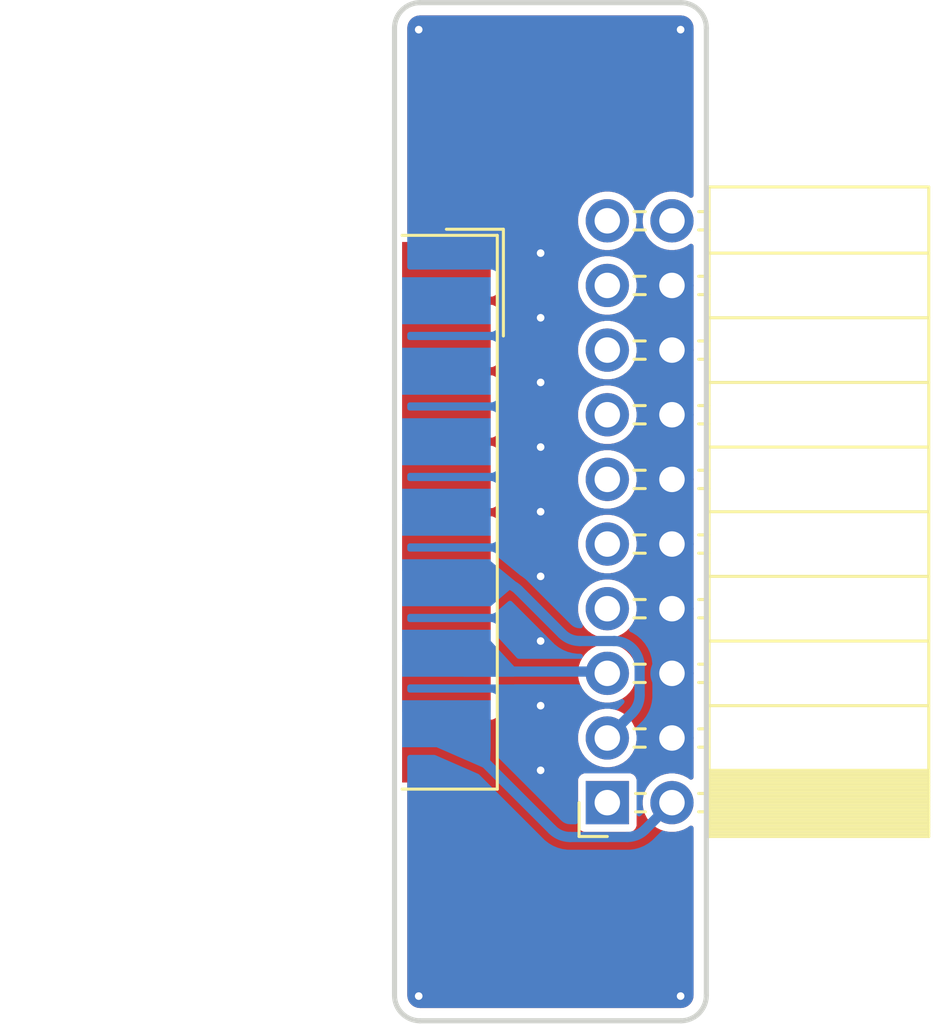
<source format=kicad_pcb>
(kicad_pcb (version 20241229) (generator "pcbnew") (generator_version "9.0")
  (layers (0 "F.Cu" signal) (2 "B.Cu" signal) (13 "F.Paste" user) (15 "B.Paste" user) (5 "F.SilkS" user "F.Silkscreen") (7 "B.SilkS" user "B.Silkscreen") (1 "F.Mask" user) (3 "B.Mask" user) (25 "Edge.Cuts" user))
  (net 0 "")
  (net 1 "GND")
  (net 2 "/SCL")
  (net 4 "/SDA")
  (net 8 "+3V3")
  (footprint "Connector_PinSocket_2.54mm:PinSocket_2x10_P2.54mm_Horizontal" (layer "F.Cu") (at 36.36 51.43 180)
    (property "Reference" "J1" (hide yes))
    (property "Value" "Conn_02x10_Counter_Clockwise" (hide yes))
    (fp_line (start 1.11 -1.33) (end 1.11 0) (stroke (width 0.12)) (layer "F.SilkS"))
    (fp_line (start 0 -1.33) (end 1.11 -1.33) (stroke (width 0.12)) (layer "F.SilkS"))
    (fp_line (start -1.49 23.22) (end -1.05 23.22) (stroke (width 0.12)) (layer "F.SilkS"))
    (fp_line (start -1.49 22.5) (end -1.05 22.5) (stroke (width 0.12)) (layer "F.SilkS"))
    (fp_line (start -1.49 20.68) (end -1.05 20.68) (stroke (width 0.12)) (layer "F.SilkS"))
    (fp_line (start -1.49 19.96) (end -1.05 19.96) (stroke (width 0.12)) (layer "F.SilkS"))
    (fp_line (start -1.49 18.14) (end -1.05 18.14) (stroke (width 0.12)) (layer "F.SilkS"))
    (fp_line (start -1.49 17.42) (end -1.05 17.42) (stroke (width 0.12)) (layer "F.SilkS"))
    (fp_line (start -1.49 15.6) (end -1.05 15.6) (stroke (width 0.12)) (layer "F.SilkS"))
    (fp_line (start -1.49 14.88) (end -1.05 14.88) (stroke (width 0.12)) (layer "F.SilkS"))
    (fp_line (start -1.49 13.06) (end -1.05 13.06) (stroke (width 0.12)) (layer "F.SilkS"))
    (fp_line (start -1.49 12.34) (end -1.05 12.34) (stroke (width 0.12)) (layer "F.SilkS"))
    (fp_line (start -1.49 10.52) (end -1.05 10.52) (stroke (width 0.12)) (layer "F.SilkS"))
    (fp_line (start -1.49 9.8) (end -1.05 9.8) (stroke (width 0.12)) (layer "F.SilkS"))
    (fp_line (start -1.49 7.98) (end -1.05 7.98) (stroke (width 0.12)) (layer "F.SilkS"))
    (fp_line (start -1.49 7.26) (end -1.05 7.26) (stroke (width 0.12)) (layer "F.SilkS"))
    (fp_line (start -1.49 5.44) (end -1.05 5.44) (stroke (width 0.12)) (layer "F.SilkS"))
    (fp_line (start -1.49 4.72) (end -1.05 4.72) (stroke (width 0.12)) (layer "F.SilkS"))
    (fp_line (start -1.49 2.9) (end -1.05 2.9) (stroke (width 0.12)) (layer "F.SilkS"))
    (fp_line (start -1.49 2.18) (end -1.05 2.18) (stroke (width 0.12)) (layer "F.SilkS"))
    (fp_line (start -1.49 0.36) (end -1.11 0.36) (stroke (width 0.12)) (layer "F.SilkS"))
    (fp_line (start -1.49 -0.36) (end -1.11 -0.36) (stroke (width 0.12)) (layer "F.SilkS"))
    (fp_line (start -4 23.22) (end -3.59 23.22) (stroke (width 0.12)) (layer "F.SilkS"))
    (fp_line (start -4 22.5) (end -3.59 22.5) (stroke (width 0.12)) (layer "F.SilkS"))
    (fp_line (start -4 20.68) (end -3.59 20.68) (stroke (width 0.12)) (layer "F.SilkS"))
    (fp_line (start -4 19.96) (end -3.59 19.96) (stroke (width 0.12)) (layer "F.SilkS"))
    (fp_line (start -4 18.14) (end -3.59 18.14) (stroke (width 0.12)) (layer "F.SilkS"))
    (fp_line (start -4 17.42) (end -3.59 17.42) (stroke (width 0.12)) (layer "F.SilkS"))
    (fp_line (start -4 15.6) (end -3.59 15.6) (stroke (width 0.12)) (layer "F.SilkS"))
    (fp_line (start -4 14.88) (end -3.59 14.88) (stroke (width 0.12)) (layer "F.SilkS"))
    (fp_line (start -4 13.06) (end -3.59 13.06) (stroke (width 0.12)) (layer "F.SilkS"))
    (fp_line (start -4 12.34) (end -3.59 12.34) (stroke (width 0.12)) (layer "F.SilkS"))
    (fp_line (start -4 10.52) (end -3.59 10.52) (stroke (width 0.12)) (layer "F.SilkS"))
    (fp_line (start -4 9.8) (end -3.59 9.8) (stroke (width 0.12)) (layer "F.SilkS"))
    (fp_line (start -4 7.98) (end -3.59 7.98) (stroke (width 0.12)) (layer "F.SilkS"))
    (fp_line (start -4 7.26) (end -3.59 7.26) (stroke (width 0.12)) (layer "F.SilkS"))
    (fp_line (start -4 5.44) (end -3.59 5.44) (stroke (width 0.12)) (layer "F.SilkS"))
    (fp_line (start -4 4.72) (end -3.59 4.72) (stroke (width 0.12)) (layer "F.SilkS"))
    (fp_line (start -4 2.9) (end -3.59 2.9) (stroke (width 0.12)) (layer "F.SilkS"))
    (fp_line (start -4 2.18) (end -3.59 2.18) (stroke (width 0.12)) (layer "F.SilkS"))
    (fp_line (start -4 0.36) (end -3.59 0.36) (stroke (width 0.12)) (layer "F.SilkS"))
    (fp_line (start -4 -0.36) (end -3.59 -0.36) (stroke (width 0.12)) (layer "F.SilkS"))
    (fp_line (start -4 -1.33) (end -4 24.19) (stroke (width 0.12)) (layer "F.SilkS"))
    (fp_line (start -12.63 24.19) (end -4 24.19) (stroke (width 0.12)) (layer "F.SilkS"))
    (fp_line (start -12.63 21.59) (end -4 21.59) (stroke (width 0.12)) (layer "F.SilkS"))
    (fp_line (start -12.63 19.05) (end -4 19.05) (stroke (width 0.12)) (layer "F.SilkS"))
    (fp_line (start -12.63 16.51) (end -4 16.51) (stroke (width 0.12)) (layer "F.SilkS"))
    (fp_line (start -12.63 13.97) (end -4 13.97) (stroke (width 0.12)) (layer "F.SilkS"))
    (fp_line (start -12.63 11.43) (end -4 11.43) (stroke (width 0.12)) (layer "F.SilkS"))
    (fp_line (start -12.63 8.89) (end -4 8.89) (stroke (width 0.12)) (layer "F.SilkS"))
    (fp_line (start -12.63 6.35) (end -4 6.35) (stroke (width 0.12)) (layer "F.SilkS"))
    (fp_line (start -12.63 3.81) (end -4 3.81) (stroke (width 0.12)) (layer "F.SilkS"))
    (fp_line (start -12.63 1.27) (end -4 1.27) (stroke (width 0.12)) (layer "F.SilkS"))
    (fp_line (start -12.63 1.1519) (end -4 1.1519) (stroke (width 0.12)) (layer "F.SilkS"))
    (fp_line (start -12.63 1.033805) (end -4 1.033805) (stroke (width 0.12)) (layer "F.SilkS"))
    (fp_line (start -12.63 0.91571) (end -4 0.91571) (stroke (width 0.12)) (layer "F.SilkS"))
    (fp_line (start -12.63 0.797615) (end -4 0.797615) (stroke (width 0.12)) (layer "F.SilkS"))
    (fp_line (start -12.63 0.67952) (end -4 0.67952) (stroke (width 0.12)) (layer "F.SilkS"))
    (fp_line (start -12.63 0.561425) (end -4 0.561425) (stroke (width 0.12)) (layer "F.SilkS"))
    (fp_line (start -12.63 0.44333) (end -4 0.44333) (stroke (width 0.12)) (layer "F.SilkS"))
    (fp_line (start -12.63 0.325235) (end -4 0.325235) (stroke (width 0.12)) (layer "F.SilkS"))
    (fp_line (start -12.63 0.20714) (end -4 0.20714) (stroke (width 0.12)) (layer "F.SilkS"))
    (fp_line (start -12.63 0.089045) (end -4 0.089045) (stroke (width 0.12)) (layer "F.SilkS"))
    (fp_line (start -12.63 -0.02905) (end -4 -0.02905) (stroke (width 0.12)) (layer "F.SilkS"))
    (fp_line (start -12.63 -0.147145) (end -4 -0.147145) (stroke (width 0.12)) (layer "F.SilkS"))
    (fp_line (start -12.63 -0.26524) (end -4 -0.26524) (stroke (width 0.12)) (layer "F.SilkS"))
    (fp_line (start -12.63 -0.383335) (end -4 -0.383335) (stroke (width 0.12)) (layer "F.SilkS"))
    (fp_line (start -12.63 -0.50143) (end -4 -0.50143) (stroke (width 0.12)) (layer "F.SilkS"))
    (fp_line (start -12.63 -0.619525) (end -4 -0.619525) (stroke (width 0.12)) (layer "F.SilkS"))
    (fp_line (start -12.63 -0.73762) (end -4 -0.73762) (stroke (width 0.12)) (layer "F.SilkS"))
    (fp_line (start -12.63 -0.855715) (end -4 -0.855715) (stroke (width 0.12)) (layer "F.SilkS"))
    (fp_line (start -12.63 -0.97381) (end -4 -0.97381) (stroke (width 0.12)) (layer "F.SilkS"))
    (fp_line (start -12.63 -1.091905) (end -4 -1.091905) (stroke (width 0.12)) (layer "F.SilkS"))
    (fp_line (start -12.63 -1.21) (end -4 -1.21) (stroke (width 0.12)) (layer "F.SilkS"))
    (fp_line (start -12.63 -1.33) (end -4 -1.33) (stroke (width 0.12)) (layer "F.SilkS"))
    (fp_line (start -12.63 -1.33) (end -12.63 24.19) (stroke (width 0.12)) (layer "F.SilkS"))
    (pad "1" thru_hole rect (at 0 0 180) (size 1.7 1.7) (drill 1) (layers "*.Cu" "*.Mask"))
    (pad "2" thru_hole circle (at -2.54 0 180) (size 1.7 1.7) (drill 1) (layers "*.Cu" "*.Mask") (net 8 "+3V3"))
    (pad "3" thru_hole circle (at 0 2.54 180) (size 1.7 1.7) (drill 1) (layers "*.Cu" "*.Mask") (net 2 "/SCL"))
    (pad "4" thru_hole circle (at -2.54 2.54 180) (size 1.7 1.7) (drill 1) (layers "*.Cu" "*.Mask") (net 1 "GND"))
    (pad "5" thru_hole circle (at 0 5.08 180) (size 1.7 1.7) (drill 1) (layers "*.Cu" "*.Mask") (net 4 "/SDA"))
    (pad "6" thru_hole circle (at -2.54 5.08 180) (size 1.7 1.7) (drill 1) (layers "*.Cu" "*.Mask") (net 1 "GND"))
    (pad "7" thru_hole circle (at 0 7.62 180) (size 1.7 1.7) (drill 1) (layers "*.Cu" "*.Mask"))
    (pad "8" thru_hole circle (at -2.54 7.62 180) (size 1.7 1.7) (drill 1) (layers "*.Cu" "*.Mask") (net 1 "GND"))
    (pad "9" thru_hole circle (at 0 10.16 180) (size 1.7 1.7) (drill 1) (layers "*.Cu" "*.Mask"))
    (pad "10" thru_hole circle (at -2.54 10.16 180) (size 1.7 1.7) (drill 1) (layers "*.Cu" "*.Mask") (net 1 "GND"))
    (pad "11" thru_hole circle (at 0 12.7 180) (size 1.7 1.7) (drill 1) (layers "*.Cu" "*.Mask"))
    (pad "12" thru_hole circle (at -2.54 12.7 180) (size 1.7 1.7) (drill 1) (layers "*.Cu" "*.Mask") (net 1 "GND"))
    (pad "13" thru_hole circle (at 0 15.24 180) (size 1.7 1.7) (drill 1) (layers "*.Cu" "*.Mask"))
    (pad "14" thru_hole circle (at -2.54 15.24 180) (size 1.7 1.7) (drill 1) (layers "*.Cu" "*.Mask") (net 1 "GND"))
    (pad "15" thru_hole circle (at 0 17.78 180) (size 1.7 1.7) (drill 1) (layers "*.Cu" "*.Mask"))
    (pad "16" thru_hole circle (at -2.54 17.78 180) (size 1.7 1.7) (drill 1) (layers "*.Cu" "*.Mask") (net 1 "GND"))
    (pad "17" thru_hole circle (at 0 20.32 180) (size 1.7 1.7) (drill 1) (layers "*.Cu" "*.Mask"))
    (pad "18" thru_hole circle (at -2.54 20.32 180) (size 1.7 1.7) (drill 1) (layers "*.Cu" "*.Mask") (net 1 "GND"))
    (pad "19" thru_hole circle (at 0 22.86 180) (size 1.7 1.7) (drill 1) (layers "*.Cu" "*.Mask"))
    (pad "20" thru_hole circle (at -2.54 22.86 180) (size 1.7 1.7) (drill 1) (layers "*.Cu" "*.Mask"))
  )
  (footprint "Connector_Dsub:DSUB-15_Pins_EdgeMount_P2.77mm" (layer "F.Cu") (at 30.0375 40.02 -90)
    (property "Reference" "J2" (hide yes))
    (property "Value" "DA15_Pins")
    (fp_line (start 10.878333 1.74) (end 10.878333 -2) (stroke (width 0.12)) (layer "F.SilkS"))
    (fp_line (start -11.118333 0) (end -11.118333 -2.24) (stroke (width 0.12)) (layer "F.SilkS"))
    (fp_line (start -10.878333 -2) (end -10.878333 1.74) (stroke (width 0.12)) (layer "F.SilkS"))
    (fp_line (start 10.878333 -2) (end -10.878333 -2) (stroke (width 0.12)) (layer "F.SilkS"))
    (fp_line (start -11.118333 -2.24) (end -6.925 -2.24) (stroke (width 0.12)) (layer "F.SilkS"))
    (pad "1" smd rect (at -9.695 0 270) (size 1.846667 3.48) (layers "F.Cu" "F.Mask" "F.Paste"))
    (pad "2" smd rect (at -6.925 0 270) (size 1.846667 3.48) (layers "F.Cu" "F.Mask" "F.Paste"))
    (pad "3" smd rect (at -4.155 0 270) (size 1.846667 3.48) (layers "F.Cu" "F.Mask" "F.Paste"))
    (pad "4" smd rect (at -1.385 0 270) (size 1.846667 3.48) (layers "F.Cu" "F.Mask" "F.Paste"))
    (pad "5" smd rect (at 1.385 0 270) (size 1.846667 3.48) (layers "F.Cu" "F.Mask" "F.Paste"))
    (pad "6" smd rect (at 4.155 0 270) (size 1.846667 3.48) (layers "F.Cu" "F.Mask" "F.Paste"))
    (pad "7" smd rect (at 6.925 0 270) (size 1.846667 3.48) (layers "F.Cu" "F.Mask" "F.Paste"))
    (pad "8" smd rect (at 9.695 0 270) (size 1.846667 3.48) (layers "F.Cu" "F.Mask" "F.Paste") (net 1 "GND"))
    (pad "9" smd rect (at -8.31 0 270) (size 1.846667 3.48) (layers "B.Cu" "B.Mask" "B.Paste"))
    (pad "10" smd rect (at -5.54 0 270) (size 1.846667 3.48) (layers "B.Cu" "B.Mask" "B.Paste"))
    (pad "11" smd rect (at -2.77 0 270) (size 1.846667 3.48) (layers "B.Cu" "B.Mask" "B.Paste"))
    (pad "12" smd rect (at 0 0 270) (size 1.846667 3.48) (layers "B.Cu" "B.Mask" "B.Paste"))
    (pad "13" smd rect (at 2.77 0 270) (size 1.846667 3.48) (layers "B.Cu" "B.Mask" "B.Paste") (net 2 "/SCL"))
    (pad "14" smd rect (at 5.54 0 270) (size 1.846667 3.48) (layers "B.Cu" "B.Mask" "B.Paste") (net 4 "/SDA"))
    (pad "15" smd rect (at 8.31 0 270) (size 1.846667 3.48) (layers "B.Cu" "B.Mask" "B.Paste") (net 8 "+3V3"))
  )
  (gr_arc (start 28 21) (mid 28.292893 20.292893) (end 29 20) (stroke (width 0.2)) (layer "Edge.Cuts"))
  (gr_line (start 40.25 21) (end 40.25 59) (stroke (width 0.2)) (layer "Edge.Cuts"))
  (gr_arc (start 29 60) (mid 28.292893 59.707107) (end 28 59) (stroke (width 0.2)) (layer "Edge.Cuts"))
  (gr_line (start 39.25 60) (end 29 60) (stroke (width 0.2)) (layer "Edge.Cuts"))
  (gr_arc (start 40.25 59) (mid 39.957107 59.707107) (end 39.25 60) (stroke (width 0.2)) (layer "Edge.Cuts"))
  (gr_line (start 29 20) (end 39.25 20) (stroke (width 0.2)) (layer "Edge.Cuts"))
  (gr_line (start 28 59) (end 28 21) (stroke (width 0.2)) (layer "Edge.Cuts"))
  (gr_arc (start 39.25 20) (mid 39.957107 20.292893) (end 40.25 21) (stroke (width 0.2)) (layer "Edge.Cuts"))
  (via (at 33.74 29.84) (size 0.6) (drill 0.3) (layers "F.Cu" "B.Cu") (net 1))
  (via (at 33.74 37.46) (size 0.6) (drill 0.3) (layers "F.Cu" "B.Cu") (net 1))
  (via (at 39.24 21.06) (size 0.6) (drill 0.3) (layers "F.Cu" "B.Cu") (net 1))
  (via (at 33.74 32.38) (size 0.6) (drill 0.3) (layers "F.Cu" "B.Cu") (net 1))
  (via (at 33.74 34.92) (size 0.6) (drill 0.3) (layers "F.Cu" "B.Cu") (net 1))
  (via (at 28.95 59.03) (size 0.6) (drill 0.3) (layers "F.Cu" "B.Cu") (net 1))
  (via (at 28.95 21.06) (size 0.6) (drill 0.3) (layers "F.Cu" "B.Cu") (net 1))
  (via (at 33.74 42.54) (size 0.6) (drill 0.3) (layers "F.Cu" "B.Cu") (net 1))
  (via (at 33.74 45.08) (size 0.6) (drill 0.3) (layers "F.Cu" "B.Cu") (net 1))
  (via (at 33.74 47.62) (size 0.6) (drill 0.3) (layers "F.Cu" "B.Cu") (net 1))
  (via (at 39.24 59.03) (size 0.6) (drill 0.3) (layers "F.Cu" "B.Cu") (net 1))
  (via (at 33.74 50.16) (size 0.6) (drill 0.3) (layers "F.Cu" "B.Cu") (net 1))
  (via (at 33.74 40) (size 0.6) (drill 0.3) (layers "F.Cu" "B.Cu") (net 1))
  (segment (start 37.337107 47.912893) (end 36.36 48.89) (width 0.4) (layer "B.Cu") (net 2))
  (segment (start 35.284214 45.08) (end 36.63 45.08) (width 0.4) (layer "B.Cu") (net 2))
  (segment (start 30.0375 42.79) (end 32.165786 42.79) (width 0.4) (layer "B.Cu") (net 2))
  (segment (start 37.63 46.08) (end 37.63 47.205786) (width 0.4) (layer "B.Cu") (net 2))
  (segment (start 32.872893 43.082893) (end 34.577107 44.787107) (width 0.4) (layer "B.Cu") (net 2))
  (arc (start 36.63 45.08) (mid 37.337107 45.372893) (end 37.63 46.08) (width 0.4) (layer "B.Cu") (net 2))
  (arc (start 32.872893 43.082893) (mid 32.54847 42.86612) (end 32.165786 42.79) (width 0.4) (layer "B.Cu") (net 2))
  (arc (start 37.337107 47.912893) (mid 37.55388 47.58847) (end 37.63 47.205786) (width 0.4) (layer "B.Cu") (net 2))
  (arc (start 35.284214 45.08) (mid 34.901531 45.00388) (end 34.577107 44.787107) (width 0.4) (layer "B.Cu") (net 2))
  (segment (start 30.7575 46.28) (end 30.0375 45.56) (width 0.4) (layer "B.Cu") (net 4))
  (segment (start 36.36 46.35) (end 36.29 46.28) (width 0.4) (layer "B.Cu") (net 4))
  (segment (start 36.29 46.28) (end 30.7575 46.28) (width 0.4) (layer "B.Cu") (net 4))
  (segment (start 34.901714 52.78) (end 37.135786 52.78) (width 0.4) (layer "B.Cu") (net 8))
  (segment (start 30.0375 48.33) (end 34.194607 52.487107) (width 0.4) (layer "B.Cu") (net 8))
  (segment (start 37.842893 52.487107) (end 38.9 51.43) (width 0.4) (layer "B.Cu") (net 8))
  (arc (start 37.842893 52.487107) (mid 37.51847 52.70388) (end 37.135786 52.78) (width 0.4) (layer "B.Cu") (net 8))
  (arc (start 34.194607 52.487107) (mid 34.51903 52.70388) (end 34.901714 52.78) (width 0.4) (layer "B.Cu") (net 8))
  (zone (net 1) (net_name "GND") (layers "F.Cu" "B.Cu") (connect_pads yes (clearance 0.3)) (min_thickness 0.2) (fill yes (thermal_gap 0.5) (thermal_bridge_width 0.5))
    (polygon (pts (xy 20 20) (xy 40.25 20.02) (xy 40.22 60.02) (xy 20 60)))
  )
)
</source>
